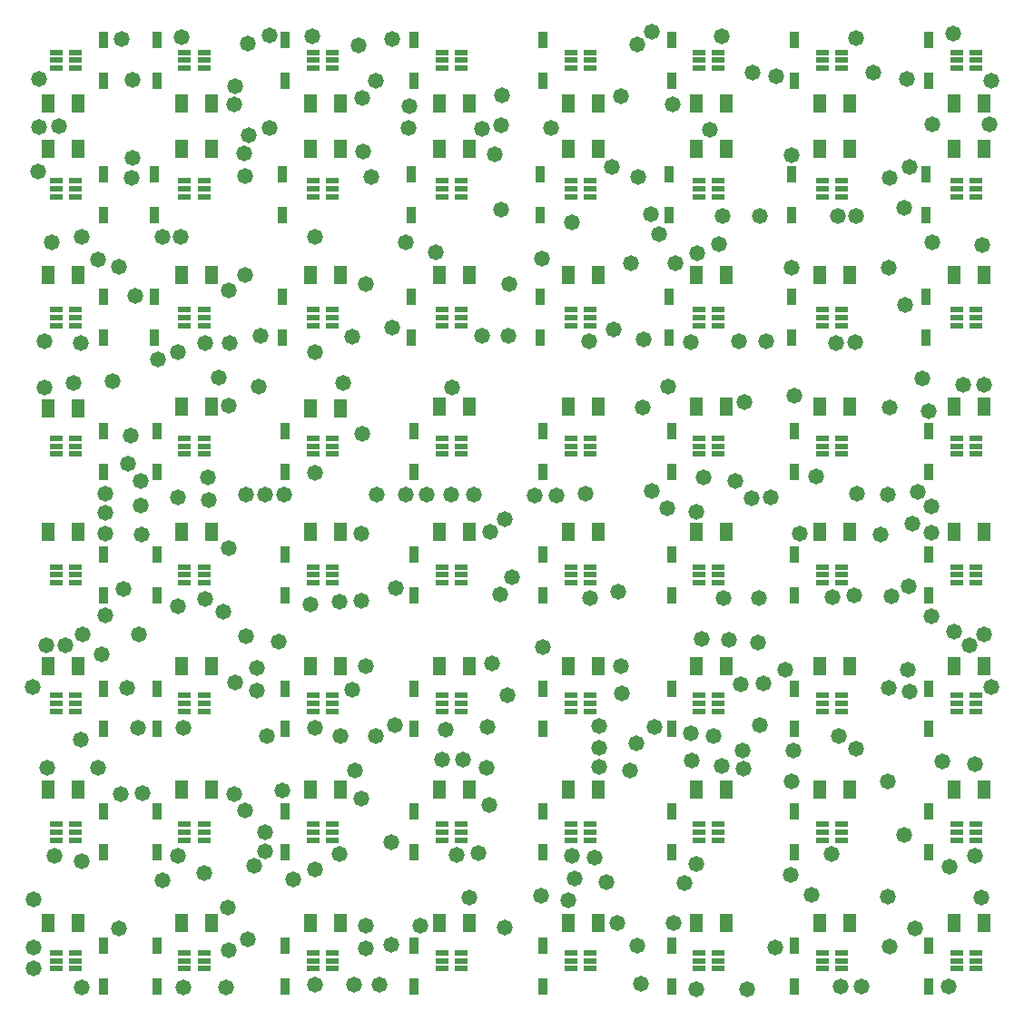
<source format=gts>
G04 Layer_Color=8388736*
%FSLAX24Y24*%
%MOIN*%
G70*
G01*
G75*
%ADD33R,0.0375X0.0612*%
%ADD34R,0.0474X0.0710*%
%ADD35R,0.0454X0.0238*%
%ADD36C,0.0580*%
D33*
X3150Y15197D02*
D03*
Y16693D02*
D03*
X3150Y35591D02*
D03*
Y34094D02*
D03*
X5118Y35591D02*
D03*
Y34094D02*
D03*
X9843Y35591D02*
D03*
Y34094D02*
D03*
X14567Y35591D02*
D03*
Y34094D02*
D03*
X19291Y35591D02*
D03*
Y34094D02*
D03*
X24016Y35591D02*
D03*
Y34094D02*
D03*
X28543Y35591D02*
D03*
Y34094D02*
D03*
X33465Y35591D02*
D03*
Y34094D02*
D03*
X19291Y15197D02*
D03*
Y16693D02*
D03*
X33465Y827D02*
D03*
Y2323D02*
D03*
X28543Y827D02*
D03*
Y2323D02*
D03*
X24016Y827D02*
D03*
Y2323D02*
D03*
X14567Y827D02*
D03*
Y2323D02*
D03*
X33465Y5748D02*
D03*
Y7244D02*
D03*
X28543Y5748D02*
D03*
Y7244D02*
D03*
X14567Y15197D02*
D03*
Y16693D02*
D03*
Y19724D02*
D03*
Y21220D02*
D03*
X9843Y19724D02*
D03*
Y21220D02*
D03*
X5118Y19724D02*
D03*
Y21220D02*
D03*
X3150Y19724D02*
D03*
Y21220D02*
D03*
X14468Y24646D02*
D03*
Y26142D02*
D03*
X5020Y24646D02*
D03*
Y26142D02*
D03*
X9744Y29173D02*
D03*
Y30669D02*
D03*
X3150Y29173D02*
D03*
Y30669D02*
D03*
X5020Y29173D02*
D03*
Y30669D02*
D03*
X14468Y29173D02*
D03*
Y30669D02*
D03*
X19193Y29173D02*
D03*
Y30669D02*
D03*
X23917Y29173D02*
D03*
Y30669D02*
D03*
X28445Y29173D02*
D03*
Y30669D02*
D03*
X33366Y29173D02*
D03*
Y30669D02*
D03*
X3150Y24646D02*
D03*
Y26142D02*
D03*
X9744Y24646D02*
D03*
Y26142D02*
D03*
X19193Y24646D02*
D03*
Y26142D02*
D03*
X23917Y24646D02*
D03*
Y26142D02*
D03*
X28445Y24646D02*
D03*
Y26142D02*
D03*
X33366Y24646D02*
D03*
Y26142D02*
D03*
X19291Y19724D02*
D03*
Y21220D02*
D03*
X24016Y19724D02*
D03*
Y21220D02*
D03*
X28543Y19724D02*
D03*
Y21220D02*
D03*
X33465Y19724D02*
D03*
Y21220D02*
D03*
X5118Y15197D02*
D03*
Y16693D02*
D03*
X9843Y15197D02*
D03*
Y16693D02*
D03*
X24016Y15197D02*
D03*
Y16693D02*
D03*
X28543Y15197D02*
D03*
Y16693D02*
D03*
X33465Y15197D02*
D03*
Y16693D02*
D03*
X3150Y10276D02*
D03*
Y11772D02*
D03*
X5118Y10276D02*
D03*
Y11772D02*
D03*
X9843Y10276D02*
D03*
Y11772D02*
D03*
X14567Y10276D02*
D03*
Y11772D02*
D03*
X19291Y10276D02*
D03*
Y11772D02*
D03*
X24016Y10276D02*
D03*
Y11772D02*
D03*
X28543Y10276D02*
D03*
Y11772D02*
D03*
X3150Y5748D02*
D03*
Y7244D02*
D03*
X5118Y5748D02*
D03*
Y7244D02*
D03*
X9843Y5748D02*
D03*
Y7244D02*
D03*
X14567Y5748D02*
D03*
Y7244D02*
D03*
X19291Y5748D02*
D03*
Y7244D02*
D03*
X24016Y5748D02*
D03*
Y7244D02*
D03*
X3150Y827D02*
D03*
Y2323D02*
D03*
X5118Y827D02*
D03*
Y2323D02*
D03*
X9843Y827D02*
D03*
Y2323D02*
D03*
X19291Y827D02*
D03*
Y2323D02*
D03*
X33465Y10276D02*
D03*
Y11772D02*
D03*
D34*
X20217Y8071D02*
D03*
X21319D02*
D03*
X2231Y3150D02*
D03*
X1128D02*
D03*
X34390Y8071D02*
D03*
X35492D02*
D03*
X29469D02*
D03*
X30571D02*
D03*
X24941Y8071D02*
D03*
X26043D02*
D03*
X15492Y8071D02*
D03*
X16594D02*
D03*
X10768D02*
D03*
X11870D02*
D03*
X2224D02*
D03*
X1122D02*
D03*
X34390Y12598D02*
D03*
X35492D02*
D03*
X29469D02*
D03*
X30571D02*
D03*
X2224D02*
D03*
X1122D02*
D03*
X6043Y26969D02*
D03*
X7146D02*
D03*
X2224D02*
D03*
X1122D02*
D03*
X34390Y31594D02*
D03*
X35492D02*
D03*
X2224Y33268D02*
D03*
X1122D02*
D03*
X6043D02*
D03*
X7146D02*
D03*
X10768D02*
D03*
X11870D02*
D03*
X15492D02*
D03*
X16594D02*
D03*
X20217D02*
D03*
X21319D02*
D03*
X24941D02*
D03*
X26043D02*
D03*
X29469D02*
D03*
X30571D02*
D03*
X34390D02*
D03*
X35492D02*
D03*
X2224Y31594D02*
D03*
X1122D02*
D03*
X6043D02*
D03*
X7146D02*
D03*
X10768D02*
D03*
X11870D02*
D03*
X15492D02*
D03*
X16594D02*
D03*
X20217D02*
D03*
X21319D02*
D03*
X24941Y31594D02*
D03*
X26043D02*
D03*
X29469Y31594D02*
D03*
X30571D02*
D03*
X10768Y26969D02*
D03*
X11870D02*
D03*
X15492D02*
D03*
X16594D02*
D03*
X20217D02*
D03*
X21319D02*
D03*
X24941Y26969D02*
D03*
X26043D02*
D03*
X29469Y26969D02*
D03*
X30571D02*
D03*
X34390D02*
D03*
X35492D02*
D03*
X2224Y22047D02*
D03*
X1122D02*
D03*
X10768D02*
D03*
X11870D02*
D03*
X15492Y22111D02*
D03*
X16594D02*
D03*
X20217D02*
D03*
X21319D02*
D03*
X24941Y22111D02*
D03*
X26043D02*
D03*
X34390Y22111D02*
D03*
X35492D02*
D03*
X2224Y17520D02*
D03*
X1122D02*
D03*
X6043D02*
D03*
X7146D02*
D03*
X10768D02*
D03*
X11870D02*
D03*
X15492D02*
D03*
X16594D02*
D03*
X20217D02*
D03*
X21319D02*
D03*
X24941D02*
D03*
X26043D02*
D03*
X29469D02*
D03*
X30571D02*
D03*
X34390D02*
D03*
X35492D02*
D03*
X6043Y12598D02*
D03*
X7146D02*
D03*
X10768Y12598D02*
D03*
X11870D02*
D03*
X15492Y12598D02*
D03*
X16594D02*
D03*
X20217D02*
D03*
X21319D02*
D03*
X24941Y12598D02*
D03*
X26043D02*
D03*
X6043Y8071D02*
D03*
X7146D02*
D03*
X6043Y3150D02*
D03*
X7146D02*
D03*
X10768D02*
D03*
X11870D02*
D03*
X15492D02*
D03*
X16594D02*
D03*
X20217D02*
D03*
X21319D02*
D03*
X24941D02*
D03*
X26043D02*
D03*
X29469D02*
D03*
X30571D02*
D03*
X34390D02*
D03*
X35492D02*
D03*
X6043Y22111D02*
D03*
X7146D02*
D03*
X29469D02*
D03*
X30571D02*
D03*
D35*
X11575Y1476D02*
D03*
Y1772D02*
D03*
Y2067D02*
D03*
X10866D02*
D03*
Y1772D02*
D03*
Y1476D02*
D03*
X16299D02*
D03*
Y1772D02*
D03*
Y2067D02*
D03*
X15591D02*
D03*
Y1772D02*
D03*
Y1476D02*
D03*
X30276D02*
D03*
Y1772D02*
D03*
Y2067D02*
D03*
X29567D02*
D03*
Y1772D02*
D03*
Y1476D02*
D03*
X35197D02*
D03*
Y1772D02*
D03*
Y2067D02*
D03*
X34488D02*
D03*
Y1772D02*
D03*
Y1476D02*
D03*
X6850Y29823D02*
D03*
Y30118D02*
D03*
Y30413D02*
D03*
X6142D02*
D03*
Y30118D02*
D03*
Y29823D02*
D03*
X11575D02*
D03*
Y30118D02*
D03*
Y30413D02*
D03*
X10866D02*
D03*
Y30118D02*
D03*
Y29823D02*
D03*
X1417Y35138D02*
D03*
Y34843D02*
D03*
Y34547D02*
D03*
X2126D02*
D03*
Y34843D02*
D03*
Y35138D02*
D03*
X6142D02*
D03*
Y34843D02*
D03*
Y34547D02*
D03*
X6850D02*
D03*
Y34843D02*
D03*
Y35138D02*
D03*
X10866D02*
D03*
Y34843D02*
D03*
Y34547D02*
D03*
X11575D02*
D03*
Y34843D02*
D03*
Y35138D02*
D03*
X15591D02*
D03*
Y34843D02*
D03*
Y34547D02*
D03*
X16299D02*
D03*
Y34843D02*
D03*
Y35138D02*
D03*
X20315D02*
D03*
Y34843D02*
D03*
Y34547D02*
D03*
X21024D02*
D03*
Y34843D02*
D03*
Y35138D02*
D03*
X25039D02*
D03*
Y34843D02*
D03*
Y34547D02*
D03*
X25748D02*
D03*
Y34843D02*
D03*
Y35138D02*
D03*
X29567D02*
D03*
Y34843D02*
D03*
Y34547D02*
D03*
X30276D02*
D03*
Y34843D02*
D03*
Y35138D02*
D03*
X34488D02*
D03*
Y34843D02*
D03*
Y34547D02*
D03*
X35197D02*
D03*
Y34843D02*
D03*
Y35138D02*
D03*
Y29823D02*
D03*
Y30118D02*
D03*
Y30413D02*
D03*
X34488D02*
D03*
Y30118D02*
D03*
Y29823D02*
D03*
X30276D02*
D03*
Y30118D02*
D03*
Y30413D02*
D03*
X29567D02*
D03*
Y30118D02*
D03*
Y29823D02*
D03*
X25748Y29823D02*
D03*
Y30118D02*
D03*
Y30413D02*
D03*
X25039D02*
D03*
Y30118D02*
D03*
Y29823D02*
D03*
X21024Y29823D02*
D03*
Y30118D02*
D03*
Y30413D02*
D03*
X20315D02*
D03*
Y30118D02*
D03*
Y29823D02*
D03*
X16299D02*
D03*
Y30118D02*
D03*
Y30413D02*
D03*
X15591D02*
D03*
Y30118D02*
D03*
Y29823D02*
D03*
X2126D02*
D03*
Y30118D02*
D03*
Y30413D02*
D03*
X1417D02*
D03*
Y30118D02*
D03*
Y29823D02*
D03*
Y25689D02*
D03*
Y25394D02*
D03*
Y25098D02*
D03*
X2126D02*
D03*
Y25394D02*
D03*
Y25689D02*
D03*
X6142D02*
D03*
Y25394D02*
D03*
Y25098D02*
D03*
X6850D02*
D03*
Y25394D02*
D03*
Y25689D02*
D03*
X10866D02*
D03*
Y25394D02*
D03*
Y25098D02*
D03*
X11575D02*
D03*
Y25394D02*
D03*
Y25689D02*
D03*
X15591D02*
D03*
Y25394D02*
D03*
Y25098D02*
D03*
X16299D02*
D03*
Y25394D02*
D03*
Y25689D02*
D03*
X20315D02*
D03*
Y25394D02*
D03*
Y25098D02*
D03*
X21024D02*
D03*
Y25394D02*
D03*
Y25689D02*
D03*
X25039Y25689D02*
D03*
Y25394D02*
D03*
Y25098D02*
D03*
X25748D02*
D03*
Y25394D02*
D03*
Y25689D02*
D03*
X29567Y25689D02*
D03*
Y25394D02*
D03*
Y25098D02*
D03*
X30276D02*
D03*
Y25394D02*
D03*
Y25689D02*
D03*
X34488D02*
D03*
Y25394D02*
D03*
Y25098D02*
D03*
X35197D02*
D03*
Y25394D02*
D03*
Y25689D02*
D03*
Y20374D02*
D03*
Y20669D02*
D03*
Y20965D02*
D03*
X34488D02*
D03*
Y20669D02*
D03*
Y20374D02*
D03*
X21024D02*
D03*
Y20669D02*
D03*
Y20965D02*
D03*
X20315D02*
D03*
Y20669D02*
D03*
Y20374D02*
D03*
X16299D02*
D03*
Y20669D02*
D03*
Y20965D02*
D03*
X15591D02*
D03*
Y20669D02*
D03*
Y20374D02*
D03*
X11575D02*
D03*
Y20669D02*
D03*
Y20965D02*
D03*
X10866D02*
D03*
Y20669D02*
D03*
Y20374D02*
D03*
X6850D02*
D03*
Y20669D02*
D03*
Y20965D02*
D03*
X6142D02*
D03*
Y20669D02*
D03*
Y20374D02*
D03*
X2126D02*
D03*
Y20669D02*
D03*
Y20965D02*
D03*
X1417D02*
D03*
Y20669D02*
D03*
Y20374D02*
D03*
Y16240D02*
D03*
Y15945D02*
D03*
Y15650D02*
D03*
X2126D02*
D03*
Y15945D02*
D03*
Y16240D02*
D03*
X6142D02*
D03*
Y15945D02*
D03*
Y15650D02*
D03*
X6850D02*
D03*
Y15945D02*
D03*
Y16240D02*
D03*
X10866D02*
D03*
Y15945D02*
D03*
Y15650D02*
D03*
X11575D02*
D03*
Y15945D02*
D03*
Y16240D02*
D03*
X15591D02*
D03*
Y15945D02*
D03*
Y15650D02*
D03*
X16299D02*
D03*
Y15945D02*
D03*
Y16240D02*
D03*
X20315D02*
D03*
Y15945D02*
D03*
Y15650D02*
D03*
X21024D02*
D03*
Y15945D02*
D03*
Y16240D02*
D03*
X25039Y16240D02*
D03*
Y15945D02*
D03*
Y15650D02*
D03*
X25748D02*
D03*
Y15945D02*
D03*
Y16240D02*
D03*
X29567Y16240D02*
D03*
Y15945D02*
D03*
Y15650D02*
D03*
X30276D02*
D03*
Y15945D02*
D03*
Y16240D02*
D03*
X34488D02*
D03*
Y15945D02*
D03*
Y15650D02*
D03*
X35197D02*
D03*
Y15945D02*
D03*
Y16240D02*
D03*
Y10925D02*
D03*
Y11220D02*
D03*
Y11516D02*
D03*
X34488D02*
D03*
Y11220D02*
D03*
Y10925D02*
D03*
X30276D02*
D03*
Y11220D02*
D03*
Y11516D02*
D03*
X29567D02*
D03*
Y11220D02*
D03*
Y10925D02*
D03*
X25748Y10925D02*
D03*
Y11220D02*
D03*
Y11516D02*
D03*
X25039D02*
D03*
Y11220D02*
D03*
Y10925D02*
D03*
X21024Y10925D02*
D03*
Y11220D02*
D03*
Y11516D02*
D03*
X20315D02*
D03*
Y11220D02*
D03*
Y10925D02*
D03*
X11575D02*
D03*
Y11220D02*
D03*
Y11516D02*
D03*
X10866D02*
D03*
Y11220D02*
D03*
Y10925D02*
D03*
X6850D02*
D03*
Y11220D02*
D03*
Y11516D02*
D03*
X6142D02*
D03*
Y11220D02*
D03*
Y10925D02*
D03*
X2126D02*
D03*
Y11220D02*
D03*
Y11516D02*
D03*
X1417D02*
D03*
Y11220D02*
D03*
Y10925D02*
D03*
Y6791D02*
D03*
Y6496D02*
D03*
Y6201D02*
D03*
X2126D02*
D03*
Y6496D02*
D03*
Y6791D02*
D03*
X6142D02*
D03*
Y6496D02*
D03*
Y6201D02*
D03*
X6850D02*
D03*
Y6496D02*
D03*
Y6791D02*
D03*
X10866D02*
D03*
Y6496D02*
D03*
Y6201D02*
D03*
X11575D02*
D03*
Y6496D02*
D03*
Y6791D02*
D03*
X15591D02*
D03*
Y6496D02*
D03*
Y6201D02*
D03*
X16299D02*
D03*
Y6496D02*
D03*
Y6791D02*
D03*
X20315D02*
D03*
Y6496D02*
D03*
Y6201D02*
D03*
X21024D02*
D03*
Y6496D02*
D03*
Y6791D02*
D03*
X25039Y6791D02*
D03*
Y6496D02*
D03*
Y6201D02*
D03*
X25748D02*
D03*
Y6496D02*
D03*
Y6791D02*
D03*
X29567Y6791D02*
D03*
Y6496D02*
D03*
Y6201D02*
D03*
X30276D02*
D03*
Y6496D02*
D03*
Y6791D02*
D03*
X34488D02*
D03*
Y6496D02*
D03*
Y6201D02*
D03*
X35197D02*
D03*
Y6496D02*
D03*
Y6791D02*
D03*
X6850Y1476D02*
D03*
Y1772D02*
D03*
Y2067D02*
D03*
X6142D02*
D03*
Y1772D02*
D03*
Y1476D02*
D03*
X2126D02*
D03*
Y1772D02*
D03*
Y2067D02*
D03*
X1417D02*
D03*
Y1772D02*
D03*
Y1476D02*
D03*
X30276Y20374D02*
D03*
Y20669D02*
D03*
Y20965D02*
D03*
X29567D02*
D03*
Y20669D02*
D03*
Y20374D02*
D03*
X16299Y10925D02*
D03*
Y11220D02*
D03*
Y11516D02*
D03*
X15591D02*
D03*
Y11220D02*
D03*
Y10925D02*
D03*
X25748Y20374D02*
D03*
Y20669D02*
D03*
Y20965D02*
D03*
X25039D02*
D03*
Y20669D02*
D03*
Y20374D02*
D03*
X21024Y1476D02*
D03*
Y1772D02*
D03*
Y2067D02*
D03*
X20315D02*
D03*
Y1772D02*
D03*
Y1476D02*
D03*
X25748Y1476D02*
D03*
Y1772D02*
D03*
Y2067D02*
D03*
X25039D02*
D03*
Y1772D02*
D03*
Y1476D02*
D03*
D36*
X33220Y23160D02*
D03*
X23310Y19010D02*
D03*
X30760Y24480D02*
D03*
X30070Y24460D02*
D03*
X12670Y21130D02*
D03*
X27500Y24540D02*
D03*
X15970Y22840D02*
D03*
X32040Y22090D02*
D03*
X23890Y22860D02*
D03*
X11950Y23000D02*
D03*
X26500Y24540D02*
D03*
X26710Y22280D02*
D03*
X28530Y22520D02*
D03*
X24750Y9140D02*
D03*
X24730Y10140D02*
D03*
X25550Y10020D02*
D03*
X25850Y8940D02*
D03*
X21010Y24510D02*
D03*
X21910Y24955D02*
D03*
X22970Y22090D02*
D03*
X13770Y25030D02*
D03*
X33580Y18470D02*
D03*
X26970Y18770D02*
D03*
X33050Y19000D02*
D03*
X19300Y13300D02*
D03*
X21020Y15080D02*
D03*
X17890Y2990D02*
D03*
X1360Y5610D02*
D03*
X31010Y820D02*
D03*
X30217D02*
D03*
X34210D02*
D03*
X32030Y2280D02*
D03*
X24920Y740D02*
D03*
X26810D02*
D03*
X2960Y27510D02*
D03*
X8350Y30590D02*
D03*
X24060Y33210D02*
D03*
X14390Y33160D02*
D03*
X14370Y32350D02*
D03*
X6040Y35700D02*
D03*
X10820Y35710D02*
D03*
X25880D02*
D03*
X23300Y35880D02*
D03*
X31420Y34400D02*
D03*
X27000D02*
D03*
X22760Y35410D02*
D03*
X22160Y33540D02*
D03*
X12540Y35400D02*
D03*
X8450Y35450D02*
D03*
X3839Y35610D02*
D03*
X20860Y18920D02*
D03*
X18050Y26620D02*
D03*
X20360Y28890D02*
D03*
X4240Y31260D02*
D03*
X4210Y30520D02*
D03*
X32880Y17810D02*
D03*
X21370Y9580D02*
D03*
X22500Y8750D02*
D03*
X21350Y10380D02*
D03*
Y8880D02*
D03*
X28400Y4940D02*
D03*
X34240Y5210D02*
D03*
X25930Y15090D02*
D03*
X29940Y15110D02*
D03*
X31710Y17410D02*
D03*
X28440Y27220D02*
D03*
X28420Y31370D02*
D03*
X32040Y30540D02*
D03*
X5170Y23870D02*
D03*
X8700Y5250D02*
D03*
X9100Y5800D02*
D03*
X9090Y6480D02*
D03*
X3230Y18210D02*
D03*
Y17450D02*
D03*
X3220Y18940D02*
D03*
X11830Y14960D02*
D03*
X8790Y11680D02*
D03*
X8810Y12510D02*
D03*
X17740Y15230D02*
D03*
X26650Y8810D02*
D03*
X19800Y18870D02*
D03*
X18990D02*
D03*
X27210Y13450D02*
D03*
X31990Y11780D02*
D03*
X28430Y8350D02*
D03*
X31980D02*
D03*
X13740Y6120D02*
D03*
X30820Y18930D02*
D03*
X3102Y13040D02*
D03*
X2400Y13760D02*
D03*
X2340Y9890D02*
D03*
X4590Y7910D02*
D03*
X3790Y7880D02*
D03*
X9720Y8020D02*
D03*
X24920Y5330D02*
D03*
X4460Y13760D02*
D03*
X29330Y19570D02*
D03*
X17260Y10370D02*
D03*
X10130Y4770D02*
D03*
X4150Y21070D02*
D03*
X550Y11810D02*
D03*
X1080Y13350D02*
D03*
X17790Y33570D02*
D03*
X33550Y17500D02*
D03*
X22900Y910D02*
D03*
X20460Y4800D02*
D03*
X20220Y4000D02*
D03*
X19230Y4170D02*
D03*
X13720Y2350D02*
D03*
X15380Y27780D02*
D03*
X28210Y12470D02*
D03*
X27390Y11970D02*
D03*
X15945Y18900D02*
D03*
X16750D02*
D03*
X23000Y24600D02*
D03*
X32600Y25850D02*
D03*
X25145Y13600D02*
D03*
X27220Y15100D02*
D03*
X35500Y13750D02*
D03*
X35700Y32500D02*
D03*
X7650Y800D02*
D03*
X8465Y2559D02*
D03*
X7776Y2165D02*
D03*
X6102Y787D02*
D03*
X33600Y32500D02*
D03*
X17750Y29350D02*
D03*
X13000Y30550D02*
D03*
X17520Y31398D02*
D03*
X25750Y28100D02*
D03*
X24150Y27400D02*
D03*
X23250Y29200D02*
D03*
X23850Y18400D02*
D03*
X30800Y35650D02*
D03*
X26350Y19400D02*
D03*
X24950Y27750D02*
D03*
X14250Y28150D02*
D03*
X29150Y4200D02*
D03*
X35400Y4100D02*
D03*
X35150Y5640D02*
D03*
X29900Y5700D02*
D03*
X31970Y4140D02*
D03*
X21200Y5550D02*
D03*
X6850Y5000D02*
D03*
X10925Y5118D02*
D03*
X32750Y11650D02*
D03*
X32100Y15150D02*
D03*
X32700Y12450D02*
D03*
X34400Y13850D02*
D03*
X33950Y9100D02*
D03*
X22720Y9750D02*
D03*
X26643Y9500D02*
D03*
X23390Y10360D02*
D03*
X28500Y9500D02*
D03*
X30800Y9550D02*
D03*
X26145Y13555D02*
D03*
X800Y34150D02*
D03*
Y32400D02*
D03*
X8000Y33900D02*
D03*
X8500Y32100D02*
D03*
X17750Y32450D02*
D03*
X9250Y32350D02*
D03*
Y35750D02*
D03*
X19610Y32370D02*
D03*
X18000Y11540D02*
D03*
X18150Y15870D02*
D03*
X17380Y17510D02*
D03*
X15730Y10250D02*
D03*
X9800Y18900D02*
D03*
X13200D02*
D03*
X9100D02*
D03*
X14272D02*
D03*
X17900Y18000D02*
D03*
X8400Y18900D02*
D03*
X12638Y17462D02*
D03*
X10925Y19700D02*
D03*
X8400Y13700D02*
D03*
X5890Y14780D02*
D03*
X6890Y15059D02*
D03*
X7560Y14590D02*
D03*
X8000Y12000D02*
D03*
X9600Y13500D02*
D03*
X7410Y23180D02*
D03*
X27264Y10433D02*
D03*
X1530Y32440D02*
D03*
X33465Y21949D02*
D03*
X32750Y30940D02*
D03*
X22150Y12590D02*
D03*
X22080Y15320D02*
D03*
X12620Y14980D02*
D03*
X7776Y22146D02*
D03*
X17323Y7480D02*
D03*
X12398Y8760D02*
D03*
X16142Y5650D02*
D03*
X16929Y5709D02*
D03*
X7972Y7874D02*
D03*
X24114Y3150D02*
D03*
X22047D02*
D03*
X2362Y787D02*
D03*
X3740Y2953D02*
D03*
X1083Y8858D02*
D03*
X4528Y18504D02*
D03*
X1000Y22835D02*
D03*
X35433Y28051D02*
D03*
X7776Y26378D02*
D03*
X8366Y26946D02*
D03*
X1280Y28150D02*
D03*
X32579Y29409D02*
D03*
X12697Y31496D02*
D03*
X25886Y29134D02*
D03*
X12303Y24705D02*
D03*
X4528Y19390D02*
D03*
X13780Y35610D02*
D03*
X8860Y22850D02*
D03*
X22760Y2340D02*
D03*
X12620Y7740D02*
D03*
X27854Y34252D02*
D03*
X32677Y34154D02*
D03*
X8366Y7283D02*
D03*
X10925Y24114D02*
D03*
X13287Y886D02*
D03*
X10925Y10335D02*
D03*
X14803Y3071D02*
D03*
X2953Y8843D02*
D03*
X13176Y10039D02*
D03*
X22200Y11600D02*
D03*
X32972Y2953D02*
D03*
X24508Y4626D02*
D03*
X7776Y16929D02*
D03*
X5315Y4724D02*
D03*
X11871Y10039D02*
D03*
X2362Y5413D02*
D03*
X4429Y10335D02*
D03*
X6102D02*
D03*
X34350Y35827D02*
D03*
X600Y2264D02*
D03*
Y1476D02*
D03*
X12795Y2215D02*
D03*
Y3071D02*
D03*
X4040Y11780D02*
D03*
X12300Y11730D02*
D03*
X17224Y8858D02*
D03*
X15590Y9170D02*
D03*
X16354Y9154D02*
D03*
X16590Y4090D02*
D03*
X12350Y886D02*
D03*
X8920Y24730D02*
D03*
X34740Y22940D02*
D03*
X35490Y22930D02*
D03*
X21630Y4660D02*
D03*
X600Y4010D02*
D03*
X3248Y14468D02*
D03*
X1000Y24520D02*
D03*
X25440Y32290D02*
D03*
X12800Y26620D02*
D03*
X13890Y15450D02*
D03*
X9150Y10040D02*
D03*
X4331Y26181D02*
D03*
X2330Y24460D02*
D03*
X4570Y17440D02*
D03*
X3510Y23050D02*
D03*
X17440Y12700D02*
D03*
X35150Y8990D02*
D03*
X2060Y22990D02*
D03*
X10780Y14870D02*
D03*
X12795Y12598D02*
D03*
X13878Y10433D02*
D03*
X27264Y29134D02*
D03*
X30118D02*
D03*
X30807D02*
D03*
X3740Y27264D02*
D03*
X2362Y28346D02*
D03*
X5315D02*
D03*
X6004Y28346D02*
D03*
X10925Y28346D02*
D03*
X1760Y13360D02*
D03*
X10925Y886D02*
D03*
X3890Y15440D02*
D03*
X4060Y20010D02*
D03*
X8340Y31430D02*
D03*
X7950Y33220D02*
D03*
X4240Y34130D02*
D03*
X12650Y33460D02*
D03*
X13170Y34080D02*
D03*
X32720Y15540D02*
D03*
X34950Y13350D02*
D03*
X33580Y14440D02*
D03*
X32580Y6380D02*
D03*
X7800Y24450D02*
D03*
X5906Y24114D02*
D03*
X6910Y24460D02*
D03*
X17050Y32320D02*
D03*
X21820Y30920D02*
D03*
X22790Y30550D02*
D03*
X24915Y18270D02*
D03*
X26550Y11940D02*
D03*
X30170Y10040D02*
D03*
X35770Y11830D02*
D03*
X7730Y3720D02*
D03*
X23580Y28460D02*
D03*
X22540Y27400D02*
D03*
X28745Y17470D02*
D03*
X27670Y18780D02*
D03*
X25190Y19530D02*
D03*
X33600Y28150D02*
D03*
X24720Y24490D02*
D03*
X5906Y18799D02*
D03*
X30740Y15180D02*
D03*
X5910Y5630D02*
D03*
X11820Y5690D02*
D03*
X20350Y5640D02*
D03*
X35750Y34090D02*
D03*
X764Y30764D02*
D03*
X31990Y27220D02*
D03*
X31950Y18900D02*
D03*
X7020Y18680D02*
D03*
X6990Y19510D02*
D03*
X15030Y18880D02*
D03*
X19270Y27560D02*
D03*
X17080Y24720D02*
D03*
X18030D02*
D03*
X27840Y2270D02*
D03*
M02*

</source>
